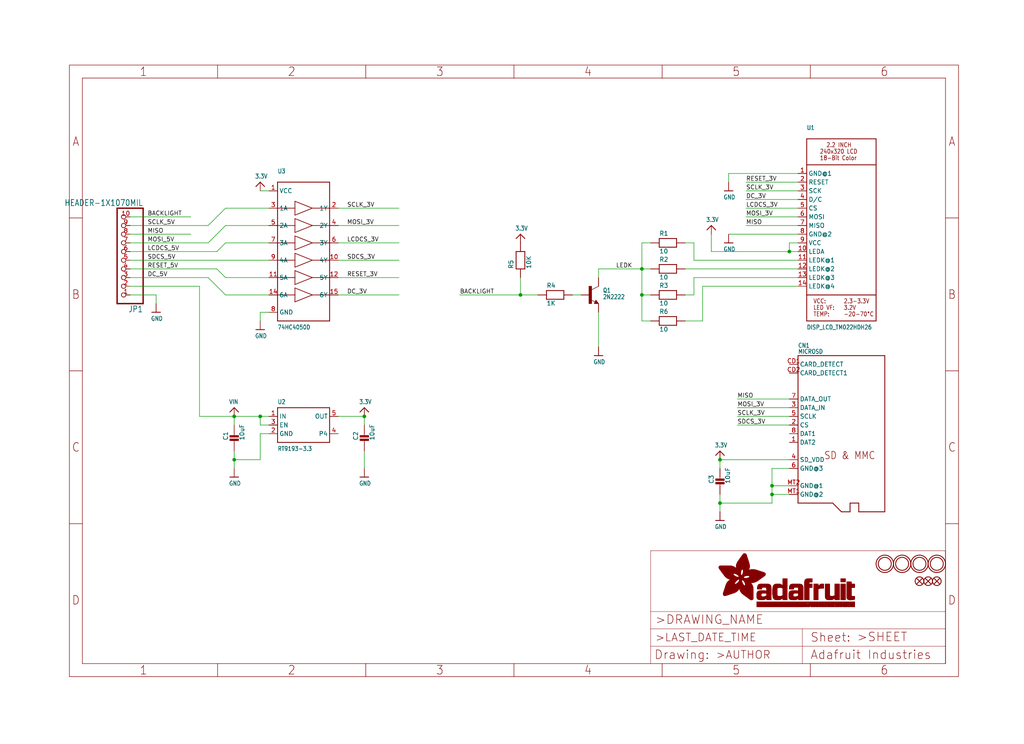
<source format=kicad_sch>
(kicad_sch (version 20211123) (generator eeschema)
  (paper "User" 299.872 217.881)
  (lib_symbols
    (symbol "schematicEagle-eagle-import:3.3V" (power)
      (property "Value" "3.3V" (at -1.524 1.016 0))
      (symbol "3.3V_1_0"
        (pin power_in line (at 0 -2.54 90) (length 2.54) (name "3.3V") (number "1"))
      )
    )
    (symbol "schematicEagle-eagle-import:74HC4050D"
      (property "Reference" "U" (at -7.62 22.86 0))
      (property "Value" "74HC4050D" (at -7.62 -22.86 0))
      (symbol "74HC4050D_1_0"
        (pin bidirectional line (at -10.16 17.78 0) (length 2.54) (name "VCC") (number "1"))
        (pin bidirectional line (at 10.16 -2.54 180) (length 2.54) (name "4Y") (number "10"))
        (pin bidirectional line (at -10.16 -7.62 0) (length 2.54) (name "5A") (number "11"))
        (pin bidirectional line (at 10.16 -7.62 180) (length 2.54) (name "5Y") (number "12"))
        (pin bidirectional line (at -10.16 -12.7 0) (length 2.54) (name "6A") (number "14"))
        (pin bidirectional line (at 10.16 -12.7 180) (length 2.54) (name "6Y") (number "15"))
        (pin bidirectional line (at 10.16 12.7 180) (length 2.54) (name "1Y") (number "2"))
        (pin bidirectional line (at -10.16 12.7 0) (length 2.54) (name "1A") (number "3"))
        (pin bidirectional line (at 10.16 7.62 180) (length 2.54) (name "2Y") (number "4"))
        (pin bidirectional line (at -10.16 7.62 0) (length 2.54) (name "2A") (number "5"))
        (pin bidirectional line (at 10.16 2.54 180) (length 2.54) (name "3Y") (number "6"))
        (pin bidirectional line (at -10.16 2.54 0) (length 2.54) (name "3A") (number "7"))
        (pin bidirectional line (at -10.16 -17.78 0) (length 2.54) (name "GND") (number "8"))
        (pin bidirectional line (at -10.16 -2.54 0) (length 2.54) (name "4A") (number "9"))
      )
    )
    (symbol "schematicEagle-eagle-import:CAP_CERAMIC_0805MP"
      (property "Reference" "C" (at -1.79 0.54 90))
      (property "Value" "CAP_CERAMIC_0805MP" (at 3 0.54 90))
      (symbol "CAP_CERAMIC_0805MP_1_0"
        (pin passive line (at 0 5.08 270) (length 2.54) (name "1") (number "1"))
        (pin passive line (at 0 -2.54 90) (length 2.54) (name "2") (number "2"))
      )
    )
    (symbol "schematicEagle-eagle-import:DISP_LCD_TM022HDH26"
      (property "Reference" "U" (at -10.16 30.48 0))
      (property "Value" "DISP_LCD_TM022HDH26" (at -10.16 -27.94 0))
      (symbol "DISP_LCD_TM022HDH26_1_0"
        (text "-20-70°C" (at 0.635 -24.13 0) (effects (font (size 1.27 1.0795)) (justify left bottom)))
        (text "18-Bit Color" (at -6.35 21.59 0) (effects (font (size 1.27 1.0795)) (justify left bottom)))
        (text "2.2 INCH" (at -4.445 25.4 0) (effects (font (size 1.27 1.0795)) (justify left bottom)))
        (text "2.3-3.3V" (at 0.635 -20.32 0) (effects (font (size 1.27 1.0795)) (justify left bottom)))
        (text "240x320 LCD" (at -6.35 23.495 0) (effects (font (size 1.27 1.0795)) (justify left bottom)))
        (text "3.2V" (at 0.635 -22.225 0) (effects (font (size 1.27 1.0795)) (justify left bottom)))
        (text "LED VF:" (at -8.255 -22.225 0) (effects (font (size 1.27 1.0795)) (justify left bottom)))
        (text "TEMP:" (at -8.255 -24.13 0) (effects (font (size 1.27 1.0795)) (justify left bottom)))
        (text "VCC:" (at -8.255 -20.32 0) (effects (font (size 1.27 1.0795)) (justify left bottom)))
        (pin power_in line (at -12.7 17.78 0) (length 2.54) (name "GND@1") (number "1"))
        (pin power_in line (at -12.7 -5.08 0) (length 2.54) (name "LEDA") (number "10"))
        (pin power_in line (at -12.7 -7.62 0) (length 2.54) (name "LEDK@1") (number "11"))
        (pin power_in line (at -12.7 -10.16 0) (length 2.54) (name "LEDK@2") (number "12"))
        (pin power_in line (at -12.7 -12.7 0) (length 2.54) (name "LEDK@3") (number "13"))
        (pin power_in line (at -12.7 -15.24 0) (length 2.54) (name "LEDK@4") (number "14"))
        (pin input line (at -12.7 15.24 0) (length 2.54) (name "RESET") (number "2"))
        (pin input line (at -12.7 12.7 0) (length 2.54) (name "SCK") (number "3"))
        (pin input line (at -12.7 10.16 0) (length 2.54) (name "D/C") (number "4"))
        (pin input line (at -12.7 7.62 0) (length 2.54) (name "CS") (number "5"))
        (pin input line (at -12.7 5.08 0) (length 2.54) (name "MOSI") (number "6"))
        (pin output line (at -12.7 2.54 0) (length 2.54) (name "MISO") (number "7"))
        (pin power_in line (at -12.7 0 0) (length 2.54) (name "GND@2") (number "8"))
        (pin power_in line (at -12.7 -2.54 0) (length 2.54) (name "VCC") (number "9"))
      )
    )
    (symbol "schematicEagle-eagle-import:FIDUCIAL{dblquote}{dblquote}")
    (symbol "schematicEagle-eagle-import:FRAME_A4_ADAFRUIT"
      (symbol "FRAME_A4_ADAFRUIT_0_0"
        (text "1" (at 21.6958 1.905 0) (effects (font (size 2.54 2.286))))
        (text "1" (at 21.6958 177.165 0) (effects (font (size 2.54 2.286))))
        (text "2" (at 65.0875 1.905 0) (effects (font (size 2.54 2.286))))
        (text "2" (at 65.0875 177.165 0) (effects (font (size 2.54 2.286))))
        (text "3" (at 108.4792 1.905 0) (effects (font (size 2.54 2.286))))
        (text "3" (at 108.4792 177.165 0) (effects (font (size 2.54 2.286))))
        (text "4" (at 151.8708 1.905 0) (effects (font (size 2.54 2.286))))
        (text "4" (at 151.8708 177.165 0) (effects (font (size 2.54 2.286))))
        (text "5" (at 195.2625 1.905 0) (effects (font (size 2.54 2.286))))
        (text "5" (at 195.2625 177.165 0) (effects (font (size 2.54 2.286))))
        (text "6" (at 238.6542 1.905 0) (effects (font (size 2.54 2.286))))
        (text "6" (at 238.6542 177.165 0) (effects (font (size 2.54 2.286))))
        (text "A" (at 1.905 156.6863 0) (effects (font (size 2.54 2.286))))
        (text "A" (at 258.445 156.6863 0) (effects (font (size 2.54 2.286))))
        (text "B" (at 1.905 111.9188 0) (effects (font (size 2.54 2.286))))
        (text "B" (at 258.445 111.9188 0) (effects (font (size 2.54 2.286))))
        (text "C" (at 1.905 67.1513 0) (effects (font (size 2.54 2.286))))
        (text "C" (at 258.445 67.1513 0) (effects (font (size 2.54 2.286))))
        (text "D" (at 1.905 22.3838 0) (effects (font (size 2.54 2.286))))
        (text "D" (at 258.445 22.3838 0) (effects (font (size 2.54 2.286))))
      )
      (symbol "FRAME_A4_ADAFRUIT_1_0"
        (text ">AUTHOR" (at 189.23 5.08 0) (effects (font (size 2.286 2.286)) (justify left bottom)))
        (text ">DRAWING_NAME" (at 171.45 15.24 0) (effects (font (size 2.54 2.54)) (justify left bottom)))
        (text ">LAST_DATE_TIME" (at 171.45 10.16 0) (effects (font (size 2.286 2.286)) (justify left bottom)))
        (text ">SHEET" (at 230.505 10.16 0) (effects (font (size 2.54 2.54)) (justify left bottom)))
        (text "Adafruit Industries" (at 216.916 4.953 0) (effects (font (size 2.54 2.54)) (justify left bottom)))
        (text "Drawing:" (at 171.196 4.953 0) (effects (font (size 2.54 2.54)) (justify left bottom)))
        (text "Sheet:" (at 216.916 10.033 0) (effects (font (size 2.54 2.54)) (justify left bottom)))
      )
    )
    (symbol "schematicEagle-eagle-import:GND" (power)
      (property "Value" "GND" (at -1.524 -2.54 0))
      (symbol "GND_1_0"
        (pin power_in line (at 0 2.54 270) (length 2.54) (name "GND") (number "1"))
      )
    )
    (symbol "schematicEagle-eagle-import:HEADER-1X1070MIL"
      (property "Reference" "JP" (at -6.35 13.335 0))
      (property "Value" "HEADER-1X1070MIL" (at -6.35 -17.78 0))
      (symbol "HEADER-1X1070MIL_1_0"
        (pin passive inverted (at -2.54 10.16 0) (length 2.54) (name "1") (number "1"))
        (pin passive inverted (at -2.54 -12.7 0) (length 2.54) (name "10") (number "10"))
        (pin passive inverted (at -2.54 7.62 0) (length 2.54) (name "2") (number "2"))
        (pin passive inverted (at -2.54 5.08 0) (length 2.54) (name "3") (number "3"))
        (pin passive inverted (at -2.54 2.54 0) (length 2.54) (name "4") (number "4"))
        (pin passive inverted (at -2.54 0 0) (length 2.54) (name "5") (number "5"))
        (pin passive inverted (at -2.54 -2.54 0) (length 2.54) (name "6") (number "6"))
        (pin passive inverted (at -2.54 -5.08 0) (length 2.54) (name "7") (number "7"))
        (pin passive inverted (at -2.54 -7.62 0) (length 2.54) (name "8") (number "8"))
        (pin passive inverted (at -2.54 -10.16 0) (length 2.54) (name "9") (number "9"))
      )
    )
    (symbol "schematicEagle-eagle-import:MICROSD"
      (property "Reference" "X" (at -12.7 22.606 0))
      (property "Value" "MICROSD" (at -12.7 20.828 0))
      (symbol "MICROSD_1_0"
        (text "SD & MMC" (at -5.08 -10.16 0) (effects (font (size 2.1844 1.8567)) (justify left bottom)))
        (pin bidirectional line (at -15.24 -5.08 0) (length 2.54) (name "DAT2") (number "1"))
        (pin input line (at -15.24 0 0) (length 2.54) (name "CS") (number "2"))
        (pin input line (at -15.24 5.08 0) (length 2.54) (name "DATA_IN") (number "3"))
        (pin power_in line (at -15.24 -10.16 0) (length 2.54) (name "SD_VDD") (number "4"))
        (pin input line (at -15.24 2.54 0) (length 2.54) (name "SCLK") (number "5"))
        (pin power_in line (at -15.24 -12.7 0) (length 2.54) (name "GND@3") (number "6"))
        (pin output line (at -15.24 7.62 0) (length 2.54) (name "DATA_OUT") (number "7"))
        (pin bidirectional line (at -15.24 -2.54 0) (length 2.54) (name "DAT1") (number "8"))
        (pin passive line (at -15.24 17.78 0) (length 2.54) (name "CARD_DETECT") (number "CD1"))
        (pin passive line (at -15.24 15.24 0) (length 2.54) (name "CARD_DETECT1") (number "CD2"))
        (pin power_in line (at -15.24 -20.32 0) (length 2.54) (name "GND@2") (number "MT1"))
        (pin power_in line (at -15.24 -17.78 0) (length 2.54) (name "GND@1") (number "MT2"))
      )
    )
    (symbol "schematicEagle-eagle-import:MOUNTINGHOLE2.5")
    (symbol "schematicEagle-eagle-import:RESISTOR_0805MP"
      (property "Reference" "R" (at -2.54 2.032 0))
      (property "Value" "RESISTOR_0805MP" (at -2.54 -3.175 0))
      (symbol "RESISTOR_0805MP_1_0"
        (pin passive line (at -5.08 0 0) (length 2.54) (name "1") (number "1"))
        (pin passive line (at 5.08 0 180) (length 2.54) (name "2") (number "2"))
      )
    )
    (symbol "schematicEagle-eagle-import:TRANSISTOR_NPNWIDE"
      (property "Reference" "Q" (at 1.27 0.635 0))
      (property "Value" "TRANSISTOR_NPNWIDE" (at 1.27 -1.27 0))
      (symbol "TRANSISTOR_NPNWIDE_1_0"
        (pin passive line (at -5.08 0 0) (length 2.54) (name "B") (number "1"))
        (pin passive line (at 0 -5.08 90) (length 2.54) (name "E") (number "2"))
        (pin passive line (at 0 5.08 270) (length 2.54) (name "C") (number "3"))
      )
    )
    (symbol "schematicEagle-eagle-import:VIN" (power)
      (property "Value" "VIN" (at -1.524 1.016 0))
      (symbol "VIN_1_0"
        (pin power_in line (at 0 -2.54 90) (length 2.54) (name "VIN") (number "1"))
      )
    )
    (symbol "schematicEagle-eagle-import:VREG_SOT23-5"
      (property "Reference" "U" (at -7.62 6.096 0))
      (property "Value" "VREG_SOT23-5" (at -7.62 -7.62 0))
      (symbol "VREG_SOT23-5_1_0"
        (pin power_in line (at -10.16 2.54 0) (length 2.54) (name "IN") (number "1"))
        (pin power_in line (at -10.16 -2.54 0) (length 2.54) (name "GND") (number "2"))
        (pin input line (at -10.16 0 0) (length 2.54) (name "EN") (number "3"))
        (pin bidirectional line (at 10.16 -2.54 180) (length 2.54) (name "P4") (number "4"))
        (pin power_in line (at 10.16 2.54 180) (length 2.54) (name "OUT") (number "5"))
      )
    )
  )
  (junction (at 68.58 134.62))
  (junction (at 187.96 86.36))
  (junction (at 68.58 121.92))
  (junction (at 226.06 144.78))
  (junction (at 152.4 86.36))
  (junction (at 231.14 73.66))
  (junction (at 210.82 134.62))
  (junction (at 226.06 142.24))
  (junction (at 210.82 147.32))
  (junction (at 76.2 121.92))
  (junction (at 106.68 121.92))
  (junction (at 187.96 78.74))
  (wire (pts (xy 210.82 144.78) (xy 210.82 147.32)))
  (wire (pts (xy 38.1 73.66) (xy 63.5 73.66)))
  (wire (pts (xy 78.74 124.46) (xy 76.2 124.46)))
  (wire (pts (xy 213.36 50.8) (xy 213.36 53.34)))
  (wire (pts (xy 152.4 86.36) (xy 134.62 86.36)))
  (wire (pts (xy 38.1 78.74) (xy 63.5 78.74)))
  (wire (pts (xy 218.44 66.04) (xy 233.68 66.04)))
  (wire (pts (xy 231.14 134.62) (xy 210.82 134.62)))
  (wire (pts (xy 175.26 91.44) (xy 175.26 101.6)))
  (wire (pts (xy 231.14 121.92) (xy 215.9 121.92)))
  (wire (pts (xy 99.06 86.36) (xy 116.84 86.36)))
  (wire (pts (xy 38.1 86.36) (xy 45.72 86.36)))
  (wire (pts (xy 38.1 63.5) (xy 55.88 63.5)))
  (wire (pts (xy 231.14 119.38) (xy 215.9 119.38)))
  (wire (pts (xy 38.1 81.28) (xy 60.96 81.28)))
  (wire (pts (xy 213.36 68.58) (xy 233.68 68.58)))
  (wire (pts (xy 205.74 83.82) (xy 205.74 93.98)))
  (wire (pts (xy 45.72 86.36) (xy 45.72 88.9)))
  (wire (pts (xy 208.28 73.66) (xy 208.28 68.58)))
  (wire (pts (xy 218.44 58.42) (xy 233.68 58.42)))
  (wire (pts (xy 233.68 73.66) (xy 231.14 73.66)))
  (wire (pts (xy 76.2 127) (xy 76.2 134.62)))
  (wire (pts (xy 76.2 91.44) (xy 76.2 93.98)))
  (wire (pts (xy 233.68 78.74) (xy 200.66 78.74)))
  (wire (pts (xy 233.68 83.82) (xy 205.74 83.82)))
  (wire (pts (xy 187.96 78.74) (xy 187.96 86.36)))
  (wire (pts (xy 231.14 124.46) (xy 215.9 124.46)))
  (wire (pts (xy 226.06 144.78) (xy 226.06 147.32)))
  (wire (pts (xy 99.06 121.92) (xy 106.68 121.92)))
  (wire (pts (xy 233.68 50.8) (xy 213.36 50.8)))
  (wire (pts (xy 233.68 60.96) (xy 218.44 60.96)))
  (wire (pts (xy 203.2 71.12) (xy 200.66 71.12)))
  (wire (pts (xy 68.58 132.08) (xy 68.58 134.62)))
  (wire (pts (xy 231.14 142.24) (xy 226.06 142.24)))
  (wire (pts (xy 167.64 86.36) (xy 170.18 86.36)))
  (wire (pts (xy 231.14 116.84) (xy 215.9 116.84)))
  (wire (pts (xy 210.82 134.62) (xy 210.82 137.16)))
  (wire (pts (xy 233.68 71.12) (xy 231.14 71.12)))
  (wire (pts (xy 38.1 71.12) (xy 60.96 71.12)))
  (wire (pts (xy 76.2 121.92) (xy 68.58 121.92)))
  (wire (pts (xy 231.14 71.12) (xy 231.14 73.66)))
  (wire (pts (xy 76.2 134.62) (xy 68.58 134.62)))
  (wire (pts (xy 38.1 76.2) (xy 78.74 76.2)))
  (wire (pts (xy 203.2 81.28) (xy 203.2 86.36)))
  (wire (pts (xy 60.96 71.12) (xy 66.04 66.04)))
  (wire (pts (xy 190.5 78.74) (xy 187.96 78.74)))
  (wire (pts (xy 157.48 86.36) (xy 152.4 86.36)))
  (wire (pts (xy 78.74 55.88) (xy 76.2 55.88)))
  (wire (pts (xy 187.96 86.36) (xy 190.5 86.36)))
  (wire (pts (xy 233.68 53.34) (xy 218.44 53.34)))
  (wire (pts (xy 66.04 66.04) (xy 78.74 66.04)))
  (wire (pts (xy 99.06 76.2) (xy 116.84 76.2)))
  (wire (pts (xy 210.82 147.32) (xy 210.82 149.86)))
  (wire (pts (xy 187.96 71.12) (xy 187.96 78.74)))
  (wire (pts (xy 76.2 124.46) (xy 76.2 121.92)))
  (wire (pts (xy 78.74 121.92) (xy 76.2 121.92)))
  (wire (pts (xy 99.06 60.96) (xy 116.84 60.96)))
  (wire (pts (xy 38.1 66.04) (xy 60.96 66.04)))
  (wire (pts (xy 106.68 121.92) (xy 106.68 124.46)))
  (wire (pts (xy 187.96 78.74) (xy 175.26 78.74)))
  (wire (pts (xy 203.2 86.36) (xy 200.66 86.36)))
  (wire (pts (xy 190.5 71.12) (xy 187.96 71.12)))
  (wire (pts (xy 60.96 81.28) (xy 66.04 86.36)))
  (wire (pts (xy 78.74 127) (xy 76.2 127)))
  (wire (pts (xy 60.96 66.04) (xy 66.04 60.96)))
  (wire (pts (xy 66.04 86.36) (xy 78.74 86.36)))
  (wire (pts (xy 152.4 81.28) (xy 152.4 86.36)))
  (wire (pts (xy 68.58 134.62) (xy 68.58 137.16)))
  (wire (pts (xy 99.06 81.28) (xy 116.84 81.28)))
  (wire (pts (xy 187.96 93.98) (xy 190.5 93.98)))
  (wire (pts (xy 231.14 137.16) (xy 226.06 137.16)))
  (wire (pts (xy 99.06 71.12) (xy 116.84 71.12)))
  (wire (pts (xy 233.68 76.2) (xy 203.2 76.2)))
  (wire (pts (xy 233.68 55.88) (xy 218.44 55.88)))
  (wire (pts (xy 38.1 68.58) (xy 55.88 68.58)))
  (wire (pts (xy 38.1 83.82) (xy 58.42 83.82)))
  (wire (pts (xy 78.74 91.44) (xy 76.2 91.44)))
  (wire (pts (xy 226.06 142.24) (xy 226.06 144.78)))
  (wire (pts (xy 226.06 147.32) (xy 210.82 147.32)))
  (wire (pts (xy 58.42 121.92) (xy 68.58 121.92)))
  (wire (pts (xy 187.96 86.36) (xy 187.96 93.98)))
  (wire (pts (xy 99.06 66.04) (xy 116.84 66.04)))
  (wire (pts (xy 175.26 78.74) (xy 175.26 81.28)))
  (wire (pts (xy 106.68 132.08) (xy 106.68 137.16)))
  (wire (pts (xy 66.04 81.28) (xy 78.74 81.28)))
  (wire (pts (xy 63.5 78.74) (xy 66.04 81.28)))
  (wire (pts (xy 231.14 144.78) (xy 226.06 144.78)))
  (wire (pts (xy 66.04 60.96) (xy 78.74 60.96)))
  (wire (pts (xy 226.06 137.16) (xy 226.06 142.24)))
  (wire (pts (xy 203.2 76.2) (xy 203.2 71.12)))
  (wire (pts (xy 231.14 73.66) (xy 208.28 73.66)))
  (wire (pts (xy 233.68 63.5) (xy 218.44 63.5)))
  (wire (pts (xy 66.04 71.12) (xy 78.74 71.12)))
  (wire (pts (xy 58.42 83.82) (xy 58.42 121.92)))
  (wire (pts (xy 200.66 93.98) (xy 205.74 93.98)))
  (wire (pts (xy 63.5 73.66) (xy 66.04 71.12)))
  (wire (pts (xy 68.58 121.92) (xy 68.58 124.46)))
  (wire (pts (xy 233.68 81.28) (xy 203.2 81.28)))
  (label "SCLK_3V" (at 215.9 121.92 0) (effects (font (size 1.2446 1.2446))))
  (label "SDCS_3V" (at 215.9 124.46 0) (effects (font (size 1.2446 1.2446))))
  (label "MISO" (at 43.18 68.58 0) (effects (font (size 1.2446 1.2446))))
  (label "SCLK_3V" (at 101.6 60.96 0) (effects (font (size 1.2446 1.2446))))
  (label "DC_5V" (at 43.18 81.28 0) (effects (font (size 1.2446 1.2446))))
  (label "LEDK" (at 180.34 78.74 0) (effects (font (size 1.2446 1.2446))))
  (label "RESET_3V" (at 218.44 53.34 0) (effects (font (size 1.2446 1.2446))))
  (label "MOSI_3V" (at 215.9 119.38 0) (effects (font (size 1.2446 1.2446))))
  (label "RESET_5V" (at 43.18 78.74 0) (effects (font (size 1.2446 1.2446))))
  (label "MOSI_5V" (at 43.18 71.12 0) (effects (font (size 1.2446 1.2446))))
  (label "LCDCS_3V" (at 218.44 60.96 0) (effects (font (size 1.2446 1.2446))))
  (label "SDCS_5V" (at 43.18 76.2 0) (effects (font (size 1.2446 1.2446))))
  (label "LCDCS_3V" (at 101.6 71.12 0) (effects (font (size 1.2446 1.2446))))
  (label "SCLK_5V" (at 43.18 66.04 0) (effects (font (size 1.2446 1.2446))))
  (label "MISO" (at 215.9 116.84 0) (effects (font (size 1.2446 1.2446))))
  (label "LCDCS_5V" (at 43.18 73.66 0) (effects (font (size 1.2446 1.2446))))
  (label "BACKLIGHT" (at 134.62 86.36 0) (effects (font (size 1.2446 1.2446))))
  (label "BACKLIGHT" (at 43.18 63.5 0) (effects (font (size 1.2446 1.2446))))
  (label "MISO" (at 218.44 66.04 0) (effects (font (size 1.2446 1.2446))))
  (label "RESET_3V" (at 101.6 81.28 0) (effects (font (size 1.2446 1.2446))))
  (label "DC_3V" (at 218.44 58.42 0) (effects (font (size 1.2446 1.2446))))
  (label "MOSI_3V" (at 218.44 63.5 0) (effects (font (size 1.2446 1.2446))))
  (label "SCLK_3V" (at 218.44 55.88 0) (effects (font (size 1.2446 1.2446))))
  (label "MOSI_3V" (at 101.6 66.04 0) (effects (font (size 1.2446 1.2446))))
  (label "DC_3V" (at 101.6 86.36 0) (effects (font (size 1.2446 1.2446))))
  (label "SDCS_3V" (at 101.6 76.2 0) (effects (font (size 1.2446 1.2446))))
  (symbol (lib_id "schematicEagle-eagle-import:GND") (at 175.26 104.14 0) (unit 1)
    (property "Reference" "#U$18" (effects hide))
    (property "Value" "GND" (at 173.736 106.68 0) (effects (font (size 1.27 1.0795)) (justify left bottom)))
    (property "Footprint" "schematicEagle:" (effects hide))
  )
  (symbol (lib_id "schematicEagle-eagle-import:RESISTOR_0805MP") (at 162.56 86.36 0) (unit 1)
    (property "Reference" "R4" (at 160.02 84.328 0) (effects (justify left bottom)))
    (property "Value" "1K" (at 160.02 89.535 0) (effects (justify left bottom)))
    (property "Footprint" "schematicEagle:_0805MP" (effects hide))
  )
  (symbol (lib_id "schematicEagle-eagle-import:GND") (at 106.68 139.7 0) (unit 1)
    (property "Reference" "#U$15" (effects hide))
    (property "Value" "GND" (at 105.156 142.24 0) (effects (font (size 1.27 1.0795)) (justify left bottom)))
    (property "Footprint" "schematicEagle:" (effects hide))
  )
  (symbol (lib_id "schematicEagle-eagle-import:CAP_CERAMIC_0805MP") (at 68.58 129.54 0) (unit 1)
    (property "Reference" "C1" (at 66.79 129 90) (effects (justify left bottom)))
    (property "Value" "10uF" (at 71.58 129 90) (effects (justify left bottom)))
    (property "Footprint" "schematicEagle:_0805MP" (effects hide))
  )
  (symbol (lib_id "schematicEagle-eagle-import:FIDUCIAL{dblquote}{dblquote}") (at 269.24 170.18 0) (unit 1)
    (property "Reference" "FID3" (effects hide))
    (property "Value" "FIDUCIAL{dblquote}{dblquote}" (effects hide))
    (property "Footprint" "schematicEagle:FIDUCIAL_1MM" (effects hide))
    (property "Value" "FIDUCIAL{dblquote}{dblquote}" (effects hide))
  )
  (symbol (lib_id "schematicEagle-eagle-import:3.3V") (at 106.68 119.38 0) (unit 1)
    (property "Reference" "#U$14" (effects hide))
    (property "Value" "3.3V" (at 105.156 118.364 0) (effects (font (size 1.27 1.0795)) (justify left bottom)))
    (property "Footprint" "schematicEagle:" (effects hide))
  )
  (symbol (lib_id "schematicEagle-eagle-import:CAP_CERAMIC_0805MP") (at 106.68 129.54 0) (unit 1)
    (property "Reference" "C2" (at 104.89 129 90) (effects (justify left bottom)))
    (property "Value" "10uF" (at 109.68 129 90) (effects (justify left bottom)))
    (property "Footprint" "schematicEagle:_0805MP" (effects hide))
  )
  (symbol (lib_id "schematicEagle-eagle-import:HEADER-1X1070MIL") (at 35.56 76.2 180) (unit 1)
    (property "Reference" "JP1" (at 41.91 89.535 0) (effects (font (size 1.778 1.5113)) (justify left bottom)))
    (property "Value" "HEADER-1X1070MIL" (at 41.91 58.42 0) (effects (font (size 1.778 1.5113)) (justify left bottom)))
    (property "Footprint" "schematicEagle:1X10_ROUND70" (effects hide))
  )
  (symbol (lib_id "schematicEagle-eagle-import:MOUNTINGHOLE2.5") (at 264.16 165.1 0) (unit 1)
    (property "Reference" "U$4" (effects hide))
    (property "Value" "MOUNTINGHOLE2.5" (effects hide))
    (property "Footprint" "schematicEagle:MOUNTINGHOLE_2.5_PLATED" (effects hide))
  )
  (symbol (lib_id "schematicEagle-eagle-import:3.3V") (at 76.2 53.34 0) (unit 1)
    (property "Reference" "#U$17" (effects hide))
    (property "Value" "3.3V" (at 74.676 52.324 0) (effects (font (size 1.27 1.0795)) (justify left bottom)))
    (property "Footprint" "schematicEagle:" (effects hide))
  )
  (symbol (lib_id "schematicEagle-eagle-import:RESISTOR_0805MP") (at 195.58 71.12 0) (unit 1)
    (property "Reference" "R1" (at 193.04 69.088 0) (effects (justify left bottom)))
    (property "Value" "10" (at 193.04 74.295 0) (effects (justify left bottom)))
    (property "Footprint" "schematicEagle:_0805MP" (effects hide))
  )
  (symbol (lib_id "schematicEagle-eagle-import:TRANSISTOR_NPNWIDE") (at 175.26 86.36 0) (unit 1)
    (property "Reference" "Q1" (at 176.53 85.725 0) (effects (font (size 1.27 1.0795)) (justify left bottom)))
    (property "Value" "2N2222" (at 176.53 87.63 0) (effects (font (size 1.27 1.0795)) (justify left bottom)))
    (property "Footprint" "schematicEagle:SOT23-WIDE" (effects hide))
  )
  (symbol (lib_id "schematicEagle-eagle-import:CAP_CERAMIC_0805MP") (at 210.82 142.24 0) (unit 1)
    (property "Reference" "C3" (at 209.03 141.7 90) (effects (justify left bottom)))
    (property "Value" "10uF" (at 213.82 141.7 90) (effects (justify left bottom)))
    (property "Footprint" "schematicEagle:_0805MP" (effects hide))
  )
  (symbol (lib_id "schematicEagle-eagle-import:VIN") (at 68.58 119.38 0) (unit 1)
    (property "Reference" "#U$12" (effects hide))
    (property "Value" "VIN" (at 67.056 118.364 0) (effects (font (size 1.27 1.0795)) (justify left bottom)))
    (property "Footprint" "schematicEagle:" (effects hide))
  )
  (symbol (lib_id "schematicEagle-eagle-import:3.3V") (at 152.4 68.58 0) (unit 1)
    (property "Reference" "#U$21" (effects hide))
    (property "Value" "3.3V" (at 150.876 67.564 0) (effects (font (size 1.27 1.0795)) (justify left bottom)))
    (property "Footprint" "schematicEagle:" (effects hide))
  )
  (symbol (lib_id "schematicEagle-eagle-import:GND") (at 45.72 91.44 0) (unit 1)
    (property "Reference" "#U$11" (effects hide))
    (property "Value" "GND" (at 44.196 93.98 0) (effects (font (size 1.27 1.0795)) (justify left bottom)))
    (property "Footprint" "schematicEagle:" (effects hide))
  )
  (symbol (lib_id "schematicEagle-eagle-import:3.3V") (at 208.28 66.04 0) (unit 1)
    (property "Reference" "#U$6" (effects hide))
    (property "Value" "3.3V" (at 206.756 65.024 0) (effects (font (size 1.27 1.0795)) (justify left bottom)))
    (property "Footprint" "schematicEagle:" (effects hide))
  )
  (symbol (lib_id "schematicEagle-eagle-import:RESISTOR_0805MP") (at 152.4 76.2 90) (unit 1)
    (property "Reference" "R5" (at 150.368 78.74 0) (effects (justify left bottom)))
    (property "Value" "10K" (at 155.575 78.74 0) (effects (justify left bottom)))
    (property "Footprint" "schematicEagle:_0805MP" (effects hide))
  )
  (symbol (lib_id "schematicEagle-eagle-import:MOUNTINGHOLE2.5") (at 259.08 165.1 0) (unit 1)
    (property "Reference" "U$5" (effects hide))
    (property "Value" "MOUNTINGHOLE2.5" (effects hide))
    (property "Footprint" "schematicEagle:MOUNTINGHOLE_2.5_PLATED" (effects hide))
  )
  (symbol (lib_id "schematicEagle-eagle-import:74HC4050D") (at 88.9 73.66 0) (unit 1)
    (property "Reference" "U3" (at 81.28 50.8 0) (effects (font (size 1.27 1.0795)) (justify left bottom)))
    (property "Value" "74HC4050D" (at 81.28 96.52 0) (effects (font (size 1.27 1.0795)) (justify left bottom)))
    (property "Footprint" "schematicEagle:SOIC16" (effects hide))
  )
  (symbol (lib_id "schematicEagle-eagle-import:3.3V") (at 210.82 132.08 0) (unit 1)
    (property "Reference" "#U$9" (effects hide))
    (property "Value" "3.3V" (at 209.296 131.064 0) (effects (font (size 1.27 1.0795)) (justify left bottom)))
    (property "Footprint" "schematicEagle:" (effects hide))
  )
  (symbol (lib_id "schematicEagle-eagle-import:DISP_LCD_TM022HDH26") (at 246.38 68.58 0) (unit 1)
    (property "Reference" "U1" (at 236.22 38.1 0) (effects (font (size 1.27 1.0795)) (justify left bottom)))
    (property "Value" "DISP_LCD_TM022HDH26" (at 236.22 96.52 0) (effects (font (size 1.27 1.0795)) (justify left bottom)))
    (property "Footprint" "schematicEagle:TM022HDH26_2.2IN_LCD" (effects hide))
  )
  (symbol (lib_id "schematicEagle-eagle-import:GND") (at 213.36 71.12 0) (unit 1)
    (property "Reference" "#U$19" (effects hide))
    (property "Value" "GND" (at 211.836 73.66 0) (effects (font (size 1.27 1.0795)) (justify left bottom)))
    (property "Footprint" "schematicEagle:" (effects hide))
  )
  (symbol (lib_id "schematicEagle-eagle-import:MICROSD") (at 246.38 124.46 0) (unit 1)
    (property "Reference" "CN1" (at 233.68 101.854 0) (effects (font (size 1.27 1.0795)) (justify left bottom)))
    (property "Value" "MICROSD" (at 233.68 103.632 0) (effects (font (size 1.27 1.0795)) (justify left bottom)))
    (property "Footprint" "schematicEagle:MICROSD" (effects hide))
  )
  (symbol (lib_id "schematicEagle-eagle-import:GND") (at 76.2 96.52 0) (unit 1)
    (property "Reference" "#U$16" (effects hide))
    (property "Value" "GND" (at 74.676 99.06 0) (effects (font (size 1.27 1.0795)) (justify left bottom)))
    (property "Footprint" "schematicEagle:" (effects hide))
  )
  (symbol (lib_id "schematicEagle-eagle-import:GND") (at 68.58 139.7 0) (unit 1)
    (property "Reference" "#U$13" (effects hide))
    (property "Value" "GND" (at 67.056 142.24 0) (effects (font (size 1.27 1.0795)) (justify left bottom)))
    (property "Footprint" "schematicEagle:" (effects hide))
  )
  (symbol (lib_id "schematicEagle-eagle-import:FIDUCIAL{dblquote}{dblquote}") (at 271.78 170.18 0) (unit 1)
    (property "Reference" "FID2" (effects hide))
    (property "Value" "FIDUCIAL{dblquote}{dblquote}" (effects hide))
    (property "Footprint" "schematicEagle:FIDUCIAL_1MM" (effects hide))
  )
  (symbol (lib_id "schematicEagle-eagle-import:MOUNTINGHOLE2.5") (at 269.24 165.1 0) (unit 1)
    (property "Reference" "U$3" (effects hide))
    (property "Value" "MOUNTINGHOLE2.5" (effects hide))
    (property "Footprint" "schematicEagle:MOUNTINGHOLE_2.5_PLATED" (effects hide))
  )
  (symbol (lib_id "schematicEagle-eagle-import:RESISTOR_0805MP") (at 195.58 93.98 0) (unit 1)
    (property "Reference" "R6" (at 193.04 91.948 0) (effects (justify left bottom)))
    (property "Value" "10" (at 193.04 97.155 0) (effects (justify left bottom)))
    (property "Footprint" "schematicEagle:_0805MP" (effects hide))
  )
  (symbol (lib_id "schematicEagle-eagle-import:GND") (at 210.82 152.4 0) (unit 1)
    (property "Reference" "#U$10" (effects hide))
    (property "Value" "GND" (at 209.296 154.94 0) (effects (font (size 1.27 1.0795)) (justify left bottom)))
    (property "Footprint" "schematicEagle:" (effects hide))
  )
  (symbol (lib_id "schematicEagle-eagle-import:MOUNTINGHOLE2.5") (at 274.32 165.1 0) (unit 1)
    (property "Reference" "U$2" (effects hide))
    (property "Value" "MOUNTINGHOLE2.5" (effects hide))
    (property "Footprint" "schematicEagle:MOUNTINGHOLE_2.5_PLATED" (effects hide))
  )
  (symbol (lib_id "schematicEagle-eagle-import:FIDUCIAL{dblquote}{dblquote}") (at 274.32 170.18 0) (unit 1)
    (property "Reference" "FID1" (effects hide))
    (property "Value" "FIDUCIAL{dblquote}{dblquote}" (effects hide))
    (property "Footprint" "schematicEagle:FIDUCIAL_1MM" (effects hide))
  )
  (symbol (lib_id "schematicEagle-eagle-import:GND") (at 213.36 55.88 0) (unit 1)
    (property "Reference" "#U$22" (effects hide))
    (property "Value" "GND" (at 211.836 58.42 0) (effects (font (size 1.27 1.0795)) (justify left bottom)))
    (property "Footprint" "schematicEagle:" (effects hide))
  )
  (symbol (lib_id "schematicEagle-eagle-import:FRAME_A4_ADAFRUIT") (at 20.32 198.12 0) (unit 1)
    (property "Reference" "#U$1" (effects hide))
    (property "Value" "FRAME_A4_ADAFRUIT" (effects hide))
    (property "Footprint" "schematicEagle:" (effects hide))
  )
  (symbol (lib_id "schematicEagle-eagle-import:VREG_SOT23-5") (at 88.9 124.46 0) (unit 1)
    (property "Reference" "U2" (at 81.28 118.364 0) (effects (font (size 1.27 1.0795)) (justify left bottom)))
    (property "Value" "RT9193-3.3" (at 81.28 132.08 0) (effects (font (size 1.27 1.0795)) (justify left bottom)))
    (property "Footprint" "schematicEagle:SOT23-5" (effects hide))
  )
  (symbol (lib_id "schematicEagle-eagle-import:RESISTOR_0805MP") (at 195.58 86.36 0) (unit 1)
    (property "Reference" "R3" (at 193.04 84.328 0) (effects (justify left bottom)))
    (property "Value" "10" (at 193.04 89.535 0) (effects (justify left bottom)))
    (property "Footprint" "schematicEagle:_0805MP" (effects hide))
  )
  (symbol (lib_id "schematicEagle-eagle-import:RESISTOR_0805MP") (at 195.58 78.74 0) (unit 1)
    (property "Reference" "R2" (at 193.04 76.708 0) (effects (justify left bottom)))
    (property "Value" "10" (at 193.04 81.915 0) (effects (justify left bottom)))
    (property "Footprint" "schematicEagle:_0805MP" (effects hide))
  )
)
</source>
